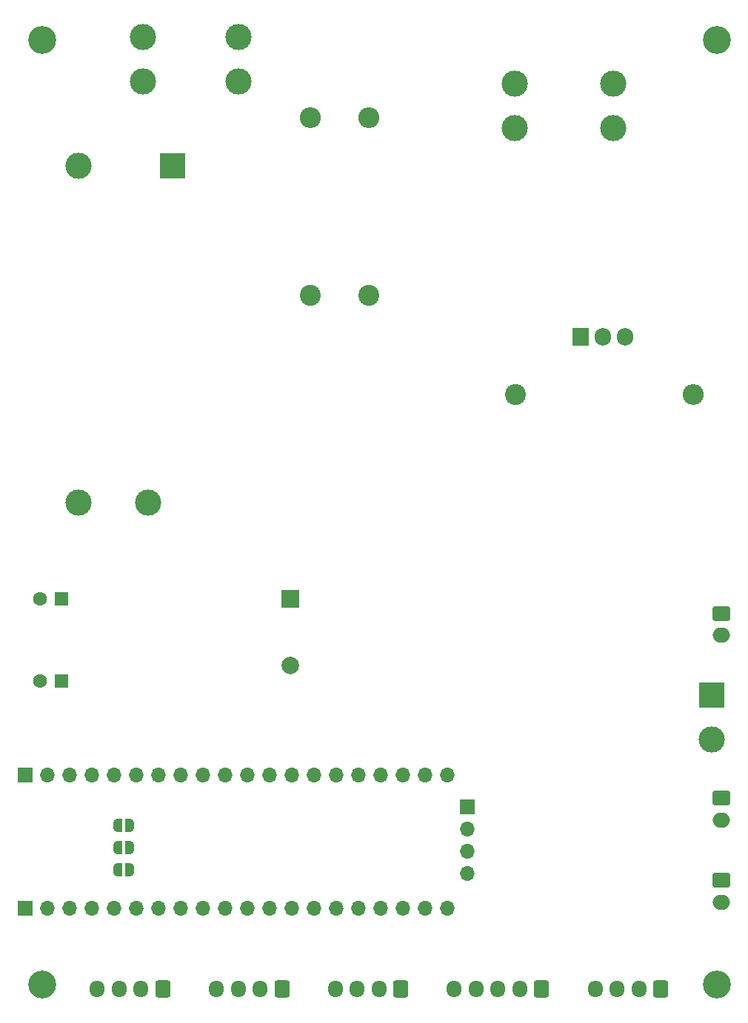
<source format=gbr>
%TF.GenerationSoftware,KiCad,Pcbnew,7.0.1*%
%TF.CreationDate,2023-11-07T15:52:04+07:00*%
%TF.ProjectId,Hot-plate-controller,486f742d-706c-4617-9465-2d636f6e7472,rev?*%
%TF.SameCoordinates,Original*%
%TF.FileFunction,Soldermask,Bot*%
%TF.FilePolarity,Negative*%
%FSLAX46Y46*%
G04 Gerber Fmt 4.6, Leading zero omitted, Abs format (unit mm)*
G04 Created by KiCad (PCBNEW 7.0.1) date 2023-11-07 15:52:04*
%MOMM*%
%LPD*%
G01*
G04 APERTURE LIST*
G04 Aperture macros list*
%AMRoundRect*
0 Rectangle with rounded corners*
0 $1 Rounding radius*
0 $2 $3 $4 $5 $6 $7 $8 $9 X,Y pos of 4 corners*
0 Add a 4 corners polygon primitive as box body*
4,1,4,$2,$3,$4,$5,$6,$7,$8,$9,$2,$3,0*
0 Add four circle primitives for the rounded corners*
1,1,$1+$1,$2,$3*
1,1,$1+$1,$4,$5*
1,1,$1+$1,$6,$7*
1,1,$1+$1,$8,$9*
0 Add four rect primitives between the rounded corners*
20,1,$1+$1,$2,$3,$4,$5,0*
20,1,$1+$1,$4,$5,$6,$7,0*
20,1,$1+$1,$6,$7,$8,$9,0*
20,1,$1+$1,$8,$9,$2,$3,0*%
%AMFreePoly0*
4,1,19,0.500000,-0.750000,0.000000,-0.750000,0.000000,-0.744911,-0.071157,-0.744911,-0.207708,-0.704816,-0.327430,-0.627875,-0.420627,-0.520320,-0.479746,-0.390866,-0.500000,-0.250000,-0.500000,0.250000,-0.479746,0.390866,-0.420627,0.520320,-0.327430,0.627875,-0.207708,0.704816,-0.071157,0.744911,0.000000,0.744911,0.000000,0.750000,0.500000,0.750000,0.500000,-0.750000,0.500000,-0.750000,
$1*%
%AMFreePoly1*
4,1,19,0.000000,0.744911,0.071157,0.744911,0.207708,0.704816,0.327430,0.627875,0.420627,0.520320,0.479746,0.390866,0.500000,0.250000,0.500000,-0.250000,0.479746,-0.390866,0.420627,-0.520320,0.327430,-0.627875,0.207708,-0.704816,0.071157,-0.744911,0.000000,-0.744911,0.000000,-0.750000,-0.500000,-0.750000,-0.500000,0.750000,0.000000,0.750000,0.000000,0.744911,0.000000,0.744911,
$1*%
G04 Aperture macros list end*
%ADD10C,3.000000*%
%ADD11R,1.700000X1.700000*%
%ADD12O,1.700000X1.700000*%
%ADD13C,3.200000*%
%ADD14RoundRect,0.250000X-0.750000X0.600000X-0.750000X-0.600000X0.750000X-0.600000X0.750000X0.600000X0*%
%ADD15O,2.000000X1.700000*%
%ADD16R,1.905000X2.000000*%
%ADD17O,1.905000X2.000000*%
%ADD18R,3.000000X3.000000*%
%ADD19RoundRect,0.250000X0.600000X0.725000X-0.600000X0.725000X-0.600000X-0.725000X0.600000X-0.725000X0*%
%ADD20O,1.700000X1.950000*%
%ADD21R,1.600000X1.600000*%
%ADD22C,1.600000*%
%ADD23R,2.000000X2.000000*%
%ADD24C,2.000000*%
%ADD25C,2.400000*%
%ADD26O,2.400000X2.400000*%
%ADD27FreePoly0,180.000000*%
%ADD28FreePoly1,180.000000*%
G04 APERTURE END LIST*
D10*
%TO.C,J4*%
X128625600Y-51181000D03*
X128625600Y-46101000D03*
%TD*%
%TO.C,J3*%
X85750400Y-45872400D03*
X85750400Y-40792400D03*
%TD*%
%TO.C,J2*%
X74828400Y-45872400D03*
X74828400Y-40792400D03*
%TD*%
%TO.C,J1*%
X117348000Y-51181000D03*
X117348000Y-46101000D03*
%TD*%
D11*
%TO.C,J6*%
X61417200Y-140436600D03*
D12*
X63957200Y-140436600D03*
X66497200Y-140436600D03*
X69037200Y-140436600D03*
X71577200Y-140436600D03*
X74117200Y-140436600D03*
X76657200Y-140436600D03*
X79197200Y-140436600D03*
X81737200Y-140436600D03*
X84277200Y-140436600D03*
X86817200Y-140436600D03*
X89357200Y-140436600D03*
X91897200Y-140436600D03*
X94437200Y-140436600D03*
X96977200Y-140436600D03*
X99517200Y-140436600D03*
X102057200Y-140436600D03*
X104597200Y-140436600D03*
X107137200Y-140436600D03*
X109677200Y-140436600D03*
%TD*%
D13*
%TO.C,H4*%
X140462000Y-149174200D03*
%TD*%
D14*
%TO.C,J16*%
X140961600Y-106705400D03*
D15*
X140961600Y-109205400D03*
%TD*%
D16*
%TO.C,Q1*%
X124917200Y-75041800D03*
D17*
X127457200Y-75041800D03*
X129997200Y-75041800D03*
%TD*%
D13*
%TO.C,H3*%
X63347600Y-149174200D03*
%TD*%
D18*
%TO.C,J5*%
X139928600Y-116055400D03*
D10*
X139928600Y-121135400D03*
%TD*%
D19*
%TO.C,J15*%
X134064400Y-149699200D03*
D20*
X131564400Y-149699200D03*
X129064400Y-149699200D03*
X126564400Y-149699200D03*
%TD*%
D14*
%TO.C,J12*%
X140961600Y-137230800D03*
D15*
X140961600Y-139730800D03*
%TD*%
D19*
%TO.C,J9*%
X120460036Y-149699200D03*
D20*
X117960036Y-149699200D03*
X115460036Y-149699200D03*
X112960036Y-149699200D03*
X110460036Y-149699200D03*
%TD*%
D21*
%TO.C,C3*%
X65575795Y-114427000D03*
D22*
X63075795Y-114427000D03*
%TD*%
D18*
%TO.C,PS2*%
X78218800Y-55560000D03*
D10*
X67468800Y-55560000D03*
X67468800Y-94060000D03*
X75468800Y-94060000D03*
%TD*%
D13*
%TO.C,H2*%
X63347600Y-41097200D03*
%TD*%
D14*
%TO.C,J13*%
X141004000Y-127838200D03*
D15*
X141004000Y-130338200D03*
%TD*%
D23*
%TO.C,BZ1*%
X91694000Y-105089800D03*
D24*
X91694000Y-112689800D03*
%TD*%
D25*
%TO.C,R6*%
X94005400Y-70358000D03*
D26*
X94005400Y-50038000D03*
%TD*%
D25*
%TO.C,R5*%
X100660200Y-70358000D03*
D26*
X100660200Y-50038000D03*
%TD*%
D25*
%TO.C,R4*%
X117449600Y-81722000D03*
D26*
X137769600Y-81722000D03*
%TD*%
D19*
%TO.C,J14*%
X90751312Y-149699200D03*
D20*
X88251312Y-149699200D03*
X85751312Y-149699200D03*
X83251312Y-149699200D03*
%TD*%
D11*
%TO.C,J8*%
X111962800Y-128861600D03*
D12*
X111962800Y-131401600D03*
X111962800Y-133941600D03*
X111962800Y-136481600D03*
%TD*%
D19*
%TO.C,J10*%
X104355674Y-149699200D03*
D20*
X101855674Y-149699200D03*
X99355674Y-149699200D03*
X96855674Y-149699200D03*
%TD*%
D19*
%TO.C,J11*%
X77146950Y-149699200D03*
D20*
X74646950Y-149699200D03*
X72146950Y-149699200D03*
X69646950Y-149699200D03*
%TD*%
D13*
%TO.C,H1*%
X140462000Y-41097200D03*
%TD*%
D11*
%TO.C,J7*%
X61417200Y-125196600D03*
D12*
X63957200Y-125196600D03*
X66497200Y-125196600D03*
X69037200Y-125196600D03*
X71577200Y-125196600D03*
X74117200Y-125196600D03*
X76657200Y-125196600D03*
X79197200Y-125196600D03*
X81737200Y-125196600D03*
X84277200Y-125196600D03*
X86817200Y-125196600D03*
X89357200Y-125196600D03*
X91897200Y-125196600D03*
X94437200Y-125196600D03*
X96977200Y-125196600D03*
X99517200Y-125196600D03*
X102057200Y-125196600D03*
X104597200Y-125196600D03*
X107137200Y-125196600D03*
X109677200Y-125196600D03*
%TD*%
D21*
%TO.C,C4*%
X65575795Y-105054400D03*
D22*
X63075795Y-105054400D03*
%TD*%
D27*
%TO.C,JP1*%
X73304400Y-130919800D03*
D28*
X72004400Y-130919800D03*
%TD*%
D27*
%TO.C,JP3*%
X73304400Y-136025200D03*
D28*
X72004400Y-136025200D03*
%TD*%
D27*
%TO.C,JP2*%
X73304400Y-133502400D03*
D28*
X72004400Y-133502400D03*
%TD*%
M02*

</source>
